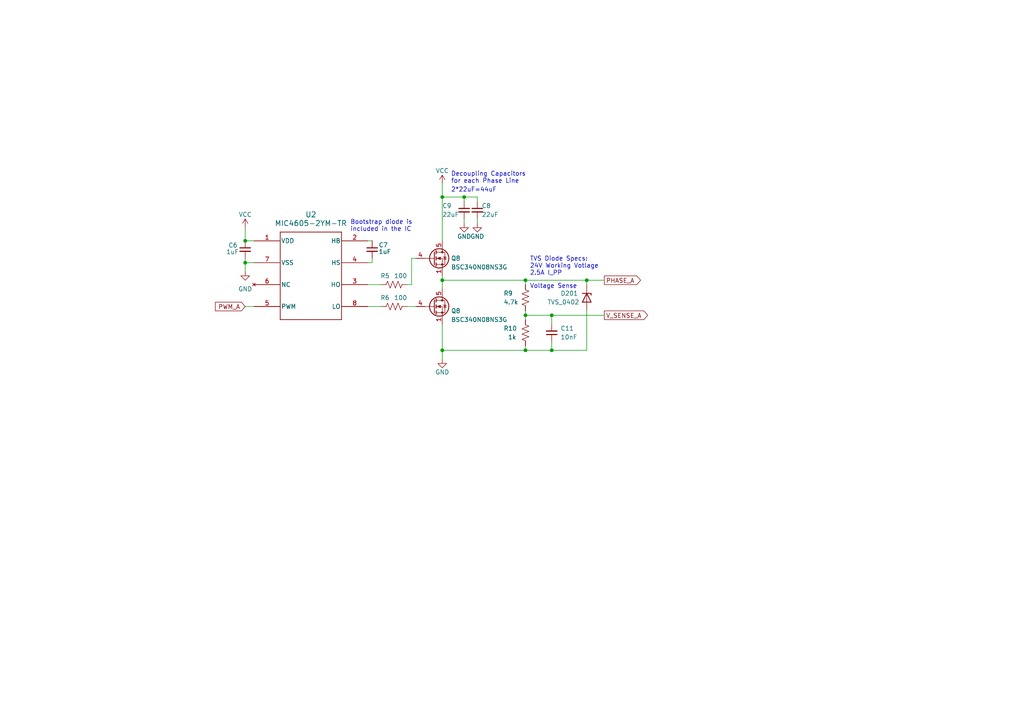
<source format=kicad_sch>
(kicad_sch (version 20230121) (generator eeschema)
  (paper "A4")
  (lib_symbols
    (symbol "Device:C_Small" (pin_numbers hide) (pin_names (offset 0.254) hide)
      (property "Reference" "C" (at 0.254 1.778 0))
      (property "Value" "C_Small" (at 0.254 -2.032 0))
      (symbol "C_Small_0_1"
        (polyline (pts (xy -1.524 -0.508) (xy 1.524 -0.508)) (stroke (width 0.3302)))
        (polyline (pts (xy -1.524 0.508) (xy 1.524 0.508)) (stroke (width 0.3048)))
      )
      (symbol "C_Small_1_1"
        (pin passive line (at 0 2.54 270) (length 2.032) (name "~") (number "1"))
        (pin passive line (at 0 -2.54 90) (length 2.032) (name "~") (number "2"))
      )
    )
    (symbol "Device:D_Zener" (pin_numbers hide) (pin_names (offset 1.016) hide)
      (property "Reference" "D" (at 0 2.54 0))
      (property "Value" "D_Zener" (at 0 -2.54 0))
      (symbol "D_Zener_0_1"
        (polyline (pts (xy 1.27 0) (xy -1.27 0)))
        (polyline (pts (xy -1.27 -1.27) (xy -1.27 1.27) (xy -0.762 1.27)) (stroke (width 0.254)))
        (polyline (pts (xy 1.27 -1.27) (xy 1.27 1.27) (xy -1.27 0) (xy 1.27 -1.27)) (stroke (width 0.254)))
      )
      (symbol "D_Zener_1_1"
        (pin passive line (at -3.81 0 0) (length 2.54) (name "K") (number "1"))
        (pin passive line (at 3.81 0 180) (length 2.54) (name "A") (number "2"))
      )
    )
    (symbol "Device:R_US" (pin_numbers hide) (pin_names (offset 0))
      (property "Reference" "R" (at 2.54 0 90))
      (property "Value" "R_US" (at -2.54 0 90))
      (symbol "R_US_0_1"
        (polyline (pts (xy 0 -2.286) (xy 0 -2.54)))
        (polyline (pts (xy 0 2.286) (xy 0 2.54)))
        (polyline (pts (xy 0 -0.762) (xy 1.016 -1.143) (xy 0 -1.524) (xy -1.016 -1.905) (xy 0 -2.286)))
        (polyline (pts (xy 0 0.762) (xy 1.016 0.381) (xy 0 0) (xy -1.016 -0.381) (xy 0 -0.762)))
        (polyline (pts (xy 0 2.286) (xy 1.016 1.905) (xy 0 1.524) (xy -1.016 1.143) (xy 0 0.762)))
      )
      (symbol "R_US_1_1"
        (pin passive line (at 0 3.81 270) (length 1.27) (name "~") (number "1"))
        (pin passive line (at 0 -3.81 90) (length 1.27) (name "~") (number "2"))
      )
    )
    (symbol "Half-Bridge Gate Driver:MIC4605-2YM-TR" (pin_names (offset 0.254))
      (property "Reference" "U2" (at 0 16.51 0))
      (property "Value" "MIC4605-2YM-TR" (at 0 13.97 0))
      (symbol "MIC4605-2YM-TR_0_1"
        (polyline (pts (xy -8.89 -13.97) (xy 8.89 -13.97)) (stroke (width 0.2032)))
        (polyline (pts (xy -8.89 11.43) (xy -8.89 -13.97)) (stroke (width 0.2032)))
        (polyline (pts (xy 8.89 -13.97) (xy 8.89 11.43)) (stroke (width 0.2032)))
        (polyline (pts (xy 8.89 11.43) (xy -8.89 11.43)) (stroke (width 0.2032)))
        (pin power_in line (at -16.51 8.89 0) (length 7.62) (name "VDD") (number "1"))
        (pin output line (at 16.51 -3.81 180) (length 7.62) (name "HO") (number "3"))
        (pin no_connect line (at -16.51 -3.81 0) (length 7.62) (name "NC") (number "6"))
        (pin power_in line (at -16.51 2.54 0) (length 7.62) (name "VSS") (number "7"))
        (pin output line (at 16.51 -10.16 180) (length 7.62) (name "LO") (number "8"))
      )
      (symbol "MIC4605-2YM-TR_1_1"
        (pin input line (at 16.51 8.89 180) (length 7.62) (name "HB") (number "2"))
        (pin output line (at 16.51 2.54 180) (length 7.62) (name "HS") (number "4"))
        (pin input line (at -16.51 -10.16 0) (length 7.62) (name "PWM") (number "5"))
      )
    )
    (symbol "Transistor_FET:BSC340N08NS3G" (pin_names hide)
      (property "Reference" "Q" (at 5.08 1.905 0))
      (property "Value" "BSC340N08NS3G" (at 5.08 0 0))
      (symbol "BSC340N08NS3G_0_1"
        (polyline (pts (xy 0.254 0) (xy -2.54 0)))
        (polyline (pts (xy 0.254 1.905) (xy 0.254 -1.905)) (stroke (width 0.254)))
        (polyline (pts (xy 0.762 -1.27) (xy 0.762 -2.286)) (stroke (width 0.254)))
        (polyline (pts (xy 0.762 0.508) (xy 0.762 -0.508)) (stroke (width 0.254)))
        (polyline (pts (xy 0.762 2.286) (xy 0.762 1.27)) (stroke (width 0.254)))
        (polyline (pts (xy 2.54 2.54) (xy 2.54 1.778)))
        (polyline (pts (xy 2.54 -2.54) (xy 2.54 0) (xy 0.762 0)))
        (polyline (pts (xy 0.762 -1.778) (xy 3.302 -1.778) (xy 3.302 1.778) (xy 0.762 1.778)))
        (polyline (pts (xy 1.016 0) (xy 2.032 0.381) (xy 2.032 -0.381) (xy 1.016 0)) (fill (type outline)))
        (polyline (pts (xy 2.794 0.508) (xy 2.921 0.381) (xy 3.683 0.381) (xy 3.81 0.254)))
        (polyline (pts (xy 3.302 0.381) (xy 2.921 -0.254) (xy 3.683 -0.254) (xy 3.302 0.381)))
        (circle (center 1.651 0) (radius 2.794) (stroke (width 0.254)))
        (circle (center 2.54 -1.778) (radius 0.254) (fill (type outline)))
        (circle (center 2.54 1.778) (radius 0.254) (fill (type outline)))
      )
      (symbol "BSC340N08NS3G_1_1"
        (pin passive line (at 2.54 -5.08 90) (length 2.54) (name "S") (number "1"))
        (pin passive line (at 2.54 -5.08 90) (length 2.54) hide (name "S") (number "2"))
        (pin passive line (at 2.54 -5.08 90) (length 2.54) hide (name "S") (number "3"))
        (pin passive line (at -5.08 0 0) (length 2.54) (name "G") (number "4"))
        (pin passive line (at 2.54 5.08 270) (length 2.54) (name "D") (number "5"))
      )
    )
    (symbol "power:GND" (power) (pin_names (offset 0))
      (property "Value" "GND" (at 0 -3.81 0))
      (symbol "GND_0_1"
        (polyline (pts (xy 0 0) (xy 0 -1.27) (xy 1.27 -1.27) (xy 0 -2.54) (xy -1.27 -1.27) (xy 0 -1.27)))
      )
      (symbol "GND_1_1"
        (pin power_in line (at 0 0 270) (length 0) hide (name "GND") (number "1"))
      )
    )
    (symbol "power:VCC" (power) (pin_names (offset 0))
      (property "Value" "VCC" (at 0 3.81 0))
      (symbol "VCC_0_1"
        (polyline (pts (xy -0.762 1.27) (xy 0 2.54)))
        (polyline (pts (xy 0 0) (xy 0 2.54)))
        (polyline (pts (xy 0 2.54) (xy 0.762 1.27)))
      )
      (symbol "VCC_1_1"
        (pin power_in line (at 0 0 90) (length 0) hide (name "VCC") (number "1"))
      )
    )
  )
  (junction (at 160.02 91.44))
  (junction (at 128.27 57.15))
  (junction (at 128.27 101.6))
  (junction (at 152.4 81.28))
  (junction (at 134.62 57.15))
  (junction (at 170.18 81.28))
  (junction (at 71.12 69.85))
  (junction (at 152.4 101.6))
  (junction (at 160.02 101.6))
  (junction (at 71.12 76.2))
  (junction (at 152.4 91.44))
  (junction (at 128.27 81.28))
  (wire (pts (xy 71.12 69.85) (xy 73.66 69.85)))
  (wire (pts (xy 138.43 57.15) (xy 134.62 57.15)))
  (wire (pts (xy 71.12 66.04) (xy 71.12 69.85)))
  (wire (pts (xy 128.27 57.15) (xy 128.27 69.85)))
  (wire (pts (xy 138.43 63.5) (xy 138.43 64.77)))
  (wire (pts (xy 160.02 91.44) (xy 160.02 93.98)))
  (wire (pts (xy 152.4 100.33) (xy 152.4 101.6)))
  (wire (pts (xy 106.68 69.85) (xy 107.95 69.85)))
  (wire (pts (xy 71.12 76.2) (xy 73.66 76.2)))
  (wire (pts (xy 152.4 81.28) (xy 170.18 81.28)))
  (wire (pts (xy 152.4 81.28) (xy 152.4 82.55)))
  (wire (pts (xy 128.27 81.28) (xy 128.27 83.82)))
  (wire (pts (xy 118.11 88.9) (xy 120.65 88.9)))
  (wire (pts (xy 134.62 57.15) (xy 134.62 58.42)))
  (wire (pts (xy 152.4 101.6) (xy 160.02 101.6)))
  (wire (pts (xy 107.95 76.2) (xy 107.95 74.93)))
  (wire (pts (xy 160.02 91.44) (xy 175.26 91.44)))
  (wire (pts (xy 119.38 82.55) (xy 119.38 74.93)))
  (wire (pts (xy 119.38 82.55) (xy 118.11 82.55)))
  (wire (pts (xy 134.62 63.5) (xy 134.62 64.77)))
  (wire (pts (xy 160.02 101.6) (xy 170.18 101.6)))
  (wire (pts (xy 106.68 88.9) (xy 110.49 88.9)))
  (wire (pts (xy 106.68 76.2) (xy 107.95 76.2)))
  (wire (pts (xy 128.27 53.34) (xy 128.27 57.15)))
  (wire (pts (xy 128.27 93.98) (xy 128.27 101.6)))
  (wire (pts (xy 152.4 91.44) (xy 160.02 91.44)))
  (wire (pts (xy 160.02 99.06) (xy 160.02 101.6)))
  (wire (pts (xy 128.27 81.28) (xy 152.4 81.28)))
  (wire (pts (xy 71.12 76.2) (xy 71.12 78.74)))
  (wire (pts (xy 170.18 81.28) (xy 170.18 82.55)))
  (wire (pts (xy 106.68 82.55) (xy 110.49 82.55)))
  (wire (pts (xy 170.18 81.28) (xy 175.26 81.28)))
  (wire (pts (xy 128.27 101.6) (xy 128.27 104.14)))
  (wire (pts (xy 138.43 57.15) (xy 138.43 58.42)))
  (wire (pts (xy 119.38 74.93) (xy 120.65 74.93)))
  (wire (pts (xy 128.27 101.6) (xy 152.4 101.6)))
  (wire (pts (xy 170.18 90.17) (xy 170.18 101.6)))
  (wire (pts (xy 71.12 74.93) (xy 71.12 76.2)))
  (wire (pts (xy 152.4 91.44) (xy 152.4 92.71)))
  (wire (pts (xy 128.27 80.01) (xy 128.27 81.28)))
  (wire (pts (xy 71.12 88.9) (xy 73.66 88.9)))
  (wire (pts (xy 152.4 90.17) (xy 152.4 91.44)))
  (wire (pts (xy 128.27 57.15) (xy 134.62 57.15)))
  (text "Decoupling Capacitors \nfor each Phase Line" (at 130.81 53.34 0) (effects (font (size 1.27 1.27)) (justify left bottom)))
  (text "TVS Diode Specs:\n24V Working Votlage\n2.5A I_PP" (at 153.67 80.01 0) (effects (font (size 1.27 1.27)) (justify left bottom)))
  (text "Bootstrap diode is\nincluded in the IC" (at 101.6 67.31 0) (effects (font (size 1.27 1.27)) (justify left bottom)))
  (text "Voltage Sense" (at 153.67 83.82 0) (effects (font (size 1.27 1.27)) (justify left bottom)))
  (text "2*22uF=44uF" (at 130.81 55.88 0) (effects (font (size 1.27 1.27)) (justify left bottom)))
  (global_label "PHASE_A" (shape output) (at 175.26 81.28 0) (property "Intersheetrefs" "${INTERSHEET_REFS}" (effects hide)))
  (global_label "PWM_A" (shape input) (at 71.12 88.9 180) (property "Intersheetrefs" "${INTERSHEET_REFS}" (effects hide)))
  (global_label "V_SENSE_A" (shape output) (at 175.26 91.44 0) (property "Intersheetrefs" "${INTERSHEET_REFS}" (effects hide)))
  (symbol (lib_id "Device:R_US") (at 152.4 96.52 0) (unit 1)
    (property "Reference" "R10" (at 146.05 95.25 0) (effects (justify left)))
    (property "Value" "1k" (at 147.32 97.79 0) (effects (justify left)))
    (property "Footprint" "Resistor_SMD:R_0603_1608Metric" (effects hide))
    (instances (project "esc" (path "" (reference "R10") (unit 1)) (path "" (reference "R206") (unit 1))))
  )
  (symbol (lib_id "Device:C_Small") (at 138.43 60.96 0) (unit 1)
    (property "Reference" "C8" (at 139.7 59.69 0) (effects (justify left)))
    (property "Value" "22uF" (at 139.7 62.23 0) (effects (justify left)))
    (property "Footprint" "Capacitor_SMD:C_1210_3225Metric" (effects hide))
    (instances (project "esc" (path "" (reference "C8") (unit 1)) (path "" (reference "C204") (unit 1))))
  )
  (symbol (lib_id "power:GND") (at 134.62 64.77 0) (unit 1)
    (property "Reference" "#PWR015" (effects hide))
    (property "Value" "GND" (at 134.62 68.58 0))
    (instances (project "esc" (path "" (reference "#PWR015") (unit 1)) (path "" (reference "#PWR0203") (unit 1))))
  )
  (symbol (lib_id "power:GND") (at 138.43 64.77 0) (unit 1)
    (property "Reference" "#PWR012" (effects hide))
    (property "Value" "GND" (at 138.43 68.58 0))
    (instances (project "esc" (path "" (reference "#PWR012") (unit 1)) (path "" (reference "#PWR0204") (unit 1))))
  )
  (symbol (lib_id "power:GND") (at 71.12 78.74 0) (unit 1)
    (property "Reference" "#PWR09" (effects hide))
    (property "Value" "GND" (at 71.12 83.82 0))
    (instances (project "esc" (path "" (reference "#PWR09") (unit 1)) (path "" (reference "#PWR0202") (unit 1))))
  )
  (symbol (lib_id "power:GND") (at 128.27 104.14 0) (unit 1)
    (property "Reference" "#PWR014" (effects hide))
    (property "Value" "GND" (at 128.27 107.95 0))
    (instances (project "esc" (path "" (reference "#PWR014") (unit 1)) (path "" (reference "#PWR0206") (unit 1))))
  )
  (symbol (lib_id "Device:R_US") (at 152.4 86.36 0) (unit 1)
    (property "Reference" "R9" (at 146.05 85.09 0) (effects (justify left)))
    (property "Value" "4.7k" (at 146.05 87.63 0) (effects (justify left)))
    (property "Footprint" "Resistor_SMD:R_0603_1608Metric" (effects hide))
    (instances (project "esc" (path "" (reference "R9") (unit 1)) (path "" (reference "R205") (unit 1))))
  )
  (symbol (lib_id "Device:R_US") (at 114.3 88.9 90) (unit 1)
    (property "Reference" "R6" (at 113.03 86.36 90) (effects (justify left)))
    (property "Value" "100" (at 118.11 86.36 90) (effects (justify left)))
    (property "Footprint" "Resistor_SMD:R_0603_1608Metric" (effects hide))
    (instances (project "esc" (path "" (reference "R6") (unit 1)) (path "" (reference "R202") (unit 1))))
  )
  (symbol (lib_id "Half-Bridge Gate Driver:MIC4605-2YM-TR") (at 90.17 78.74 0) (unit 1)
    (property "Reference" "U2" (at 90.17 62.23 0) (effects (font (size 1.524 1.524))))
    (property "Value" "MIC4605-2YM-TR" (at 90.17 64.77 0) (effects (font (size 1.524 1.524))))
    (property "Footprint" "SOIC-8_M_MCH" (effects hide))
    (property "Datasheet" "MIC4605-2YM-TR" (effects hide))
    (instances (project "esc" (path "" (reference "U2") (unit 1)) (path "" (reference "U201") (unit 1))))
  )
  (symbol (lib_id "Device:D_Zener") (at 170.18 86.36 270) (unit 1)
    (property "Reference" "D201" (at 162.56 85.09 90) (effects (justify left)))
    (property "Value" "TVS_0402" (at 158.75 87.63 90) (effects (justify left)))
    (property "Footprint" "Diode_SMD:D_01005_0402Metric" (effects hide))
  )
  (symbol (lib_id "Device:R_US") (at 114.3 82.55 90) (unit 1)
    (property "Reference" "R5" (at 113.03 80.01 90) (effects (justify left)))
    (property "Value" "100" (at 118.11 80.01 90) (effects (justify left)))
    (property "Footprint" "Resistor_SMD:R_0603_1608Metric" (effects hide))
    (instances (project "esc" (path "" (reference "R5") (unit 1)) (path "" (reference "R201") (unit 1))))
  )
  (symbol (lib_id "power:VCC") (at 71.12 66.04 0) (unit 1)
    (property "Reference" "#PWR08" (effects hide))
    (property "Value" "VCC" (at 71.12 62.23 0))
    (instances (project "esc" (path "" (reference "#PWR08") (unit 1)) (path "" (reference "#PWR0201") (unit 1))))
  )
  (symbol (lib_id "Device:C_Small") (at 71.12 72.39 0) (unit 1)
    (property "Reference" "C6" (at 66.2284 71.1427 0) (effects (justify left)))
    (property "Value" "1uF" (at 65.5918 73.0525 0) (effects (justify left)))
    (property "Footprint" "Capacitor_SMD:C_0805_2012Metric" (effects hide))
    (instances (project "esc" (path "" (reference "C6") (unit 1)) (path "" (reference "C201") (unit 1))))
  )
  (symbol (lib_id "power:VCC") (at 128.27 53.34 0) (unit 1)
    (property "Reference" "#PWR0115" (effects hide))
    (property "Value" "VCC" (at 128.27 49.53 0))
    (instances (project "esc" (path "" (reference "#PWR0115") (unit 1)) (path "" (reference "#PWR0205") (unit 1))))
  )
  (symbol (lib_id "Device:C_Small") (at 134.62 60.96 0) (unit 1)
    (property "Reference" "C9" (at 128.27 59.69 0) (effects (justify left)))
    (property "Value" "22uF" (at 128.27 62.23 0) (effects (justify left)))
    (property "Footprint" "Capacitor_SMD:C_1210_3225Metric" (effects hide))
    (instances (project "esc" (path "" (reference "C9") (unit 1)) (path "" (reference "C203") (unit 1))))
  )
  (symbol (lib_id "Transistor_FET:BSC340N08NS3G") (at 125.73 88.9 0) (unit 1)
    (property "Reference" "Q8" (at 130.81 90.17 0) (effects (justify left)))
    (property "Value" "BSC340N08NS3G" (at 130.81 92.71 0) (effects (justify left)))
    (property "Footprint" "Package_TO_SOT_SMD:TDSON-8-1" (effects hide))
    (property "Datasheet" "http://www.infineon.com/dgdl/Infineon-BSC340N08NS3G-DS-v02_06-en.pdf?fileId=db3a30431add1d95011ae81c21f2563a" (effects hide))
    (instances (project "esc" (path "" (reference "Q8") (unit 1)) (path "" (reference "Q3") (unit 1)) (path "" (reference "Q202") (unit 1))))
  )
  (symbol (lib_id "Transistor_FET:BSC340N08NS3G") (at 125.73 74.93 0) (unit 1)
    (property "Reference" "Q8" (at 130.81 74.93 0) (effects (justify left)))
    (property "Value" "BSC340N08NS3G" (at 130.81 77.47 0) (effects (justify left)))
    (property "Footprint" "Package_TO_SOT_SMD:TDSON-8-1" (effects hide))
    (property "Datasheet" "http://www.infineon.com/dgdl/Infineon-BSC340N08NS3G-DS-v02_06-en.pdf?fileId=db3a30431add1d95011ae81c21f2563a" (effects hide))
    (instances (project "esc" (path "" (reference "Q8") (unit 1)) (path "" (reference "Q6") (unit 1)) (path "" (reference "Q201") (unit 1))))
  )
  (symbol (lib_id "Device:C_Small") (at 160.02 96.52 180) (unit 1)
    (property "Reference" "C11" (at 162.56 95.25 0) (effects (justify right)))
    (property "Value" "10nF" (at 162.56 97.79 0) (effects (justify right)))
    (property "Footprint" "Capacitor_SMD:C_0603_1608Metric" (effects hide))
    (instances (project "esc" (path "" (reference "C11") (unit 1)) (path "" (reference "C207") (unit 1))))
  )
  (symbol (lib_id "Device:C_Small") (at 107.95 72.39 0) (unit 1)
    (property "Reference" "C7" (at 109.8142 71.0599 0) (effects (justify left)))
    (property "Value" "1uF" (at 109.78 73.0038 0) (effects (justify left)))
    (property "Footprint" "Capacitor_SMD:C_0805_2012Metric" (effects hide))
    (instances (project "esc" (path "" (reference "C7") (unit 1)) (path "" (reference "C202") (unit 1))))
  )
)
</source>
